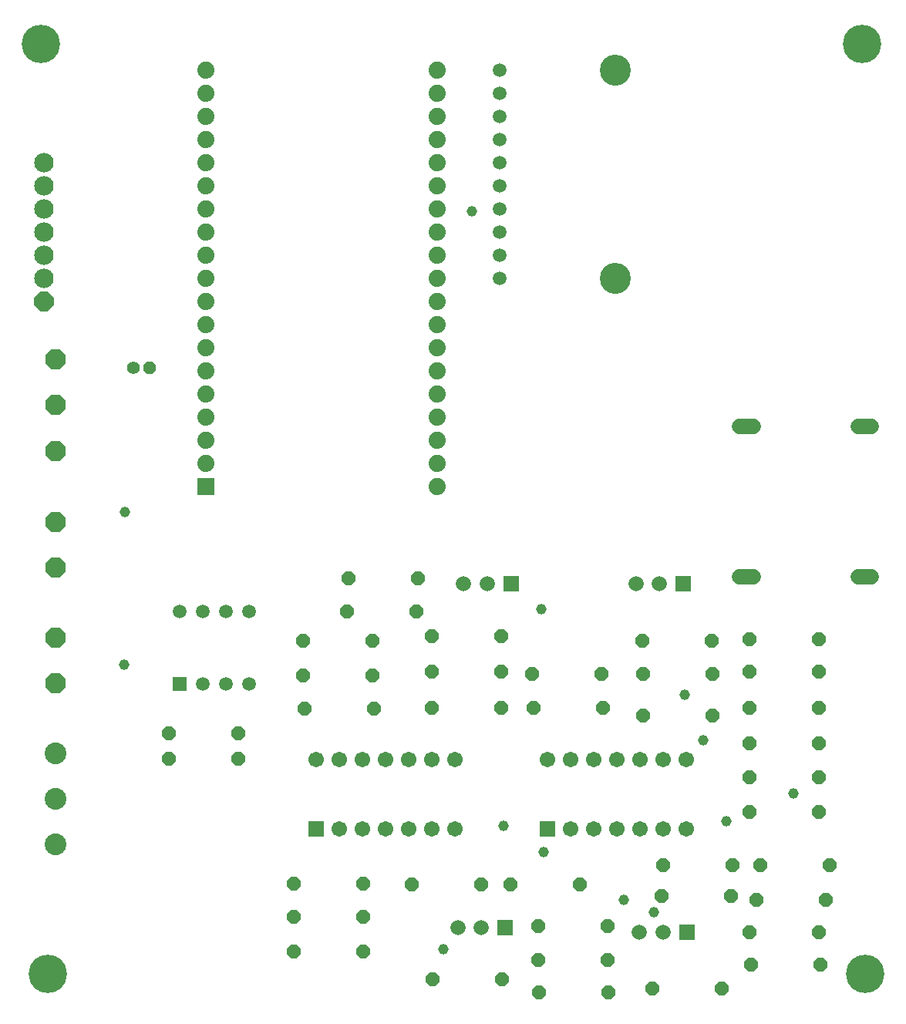
<source format=gbr>
G04 EAGLE Gerber RS-274X export*
G75*
%MOMM*%
%FSLAX34Y34*%
%LPD*%
%INSoldermask Top*%
%IPPOS*%
%AMOC8*
5,1,8,0,0,1.08239X$1,22.5*%
G01*
%ADD10R,1.879600X1.879600*%
%ADD11C,1.879600*%
%ADD12P,2.309387X8X22.500000*%
%ADD13C,2.133600*%
%ADD14C,1.511200*%
%ADD15C,3.403200*%
%ADD16P,2.384722X8X112.500000*%
%ADD17P,2.384722X8X292.500000*%
%ADD18R,1.491200X1.491200*%
%ADD19C,1.491200*%
%ADD20P,1.649562X8X22.500000*%
%ADD21P,1.649562X8X202.500000*%
%ADD22C,2.387600*%
%ADD23R,1.703200X1.703200*%
%ADD24C,1.703200*%
%ADD25P,1.539592X8X22.500000*%
%ADD26C,1.422400*%
%ADD27R,1.661200X1.661200*%
%ADD28C,1.661200*%
%ADD29C,1.711200*%
%ADD30C,4.219200*%
%ADD31C,1.159600*%


D10*
X228600Y469900D03*
D11*
X228600Y495300D03*
X228600Y520700D03*
X228600Y546100D03*
X228600Y571500D03*
X228600Y596900D03*
X228600Y622300D03*
X228600Y647700D03*
X228600Y673100D03*
X228600Y698500D03*
X228600Y723900D03*
X228600Y749300D03*
X228600Y774700D03*
X228600Y800100D03*
X228600Y825500D03*
X228600Y850900D03*
X228600Y876300D03*
X228600Y901700D03*
X228600Y927100D03*
X482600Y927100D03*
X482600Y901700D03*
X482600Y876300D03*
X482600Y850900D03*
X482600Y825500D03*
X482600Y800100D03*
X482600Y774700D03*
X482600Y749300D03*
X482600Y723900D03*
X482600Y698500D03*
X482600Y673100D03*
X482600Y647700D03*
X482600Y622300D03*
X482600Y596900D03*
X482600Y571500D03*
X482600Y546100D03*
X482600Y520700D03*
X482600Y495300D03*
X482600Y469900D03*
D12*
X50800Y673100D03*
D13*
X50800Y698500D03*
X50800Y723900D03*
X50800Y749300D03*
X50800Y774700D03*
X50800Y800100D03*
X50800Y825500D03*
D14*
X551180Y927100D03*
X551180Y901700D03*
X551180Y876300D03*
X551180Y850900D03*
X551180Y825500D03*
X551180Y800100D03*
X551180Y774700D03*
X551180Y749300D03*
X551180Y723900D03*
X551180Y698500D03*
D15*
X678180Y927100D03*
X678180Y698500D03*
D16*
X63500Y381000D03*
X63500Y431000D03*
D17*
X63500Y609600D03*
X63500Y559600D03*
X63500Y508800D03*
D18*
X199390Y253670D03*
D19*
X224790Y253670D03*
X250190Y253670D03*
X275590Y253670D03*
X275590Y333070D03*
X250190Y333070D03*
X224790Y333070D03*
X199390Y333070D03*
D20*
X187960Y199390D03*
X264160Y199390D03*
D21*
X264160Y171450D03*
X187960Y171450D03*
D16*
X63500Y254000D03*
X63500Y304000D03*
D22*
X63500Y177000D03*
X63500Y127000D03*
X63500Y77000D03*
D23*
X603250Y93980D03*
D24*
X628650Y93980D03*
X654050Y93980D03*
X679450Y93980D03*
X704850Y93980D03*
X730250Y93980D03*
X755650Y93980D03*
X603250Y170180D03*
X628650Y170180D03*
X654050Y170180D03*
X679450Y170180D03*
X704850Y170180D03*
X730250Y170180D03*
X755650Y170180D03*
D20*
X593090Y-12700D03*
X669290Y-12700D03*
D21*
X669290Y-49530D03*
X593090Y-49530D03*
D20*
X477520Y-71120D03*
X553720Y-71120D03*
D25*
X166370Y600710D03*
D26*
X148590Y600710D03*
D20*
X594360Y-85090D03*
X670560Y-85090D03*
X730250Y54610D03*
X806450Y54610D03*
D21*
X795020Y-81280D03*
X718820Y-81280D03*
D20*
X825500Y-19050D03*
X901700Y-19050D03*
X825500Y302260D03*
X901700Y302260D03*
X825500Y266700D03*
X901700Y266700D03*
X825500Y227330D03*
X901700Y227330D03*
X825500Y187960D03*
X901700Y187960D03*
X384810Y369570D03*
X461010Y369570D03*
D21*
X459740Y332740D03*
X383540Y332740D03*
D20*
X825500Y151130D03*
X901700Y151130D03*
X707390Y300990D03*
X783590Y300990D03*
X825500Y113030D03*
X901700Y113030D03*
X586740Y264160D03*
X662940Y264160D03*
X708660Y264160D03*
X784860Y264160D03*
D21*
X913130Y54610D03*
X836930Y54610D03*
X909320Y16510D03*
X833120Y16510D03*
D20*
X562610Y33020D03*
X638810Y33020D03*
X728980Y20320D03*
X805180Y20320D03*
X826770Y-54610D03*
X902970Y-54610D03*
X708660Y218440D03*
X784860Y218440D03*
X325120Y-40640D03*
X401320Y-40640D03*
D21*
X401320Y34290D03*
X325120Y34290D03*
D20*
X325120Y-2540D03*
X401320Y-2540D03*
D21*
X664210Y227330D03*
X588010Y227330D03*
D20*
X454660Y33020D03*
X530860Y33020D03*
D23*
X349250Y93980D03*
D24*
X374650Y93980D03*
X400050Y93980D03*
X425450Y93980D03*
X450850Y93980D03*
X476250Y93980D03*
X501650Y93980D03*
X349250Y170180D03*
X374650Y170180D03*
X400050Y170180D03*
X425450Y170180D03*
X450850Y170180D03*
X476250Y170180D03*
X501650Y170180D03*
D21*
X552450Y306070D03*
X476250Y306070D03*
D20*
X335280Y262890D03*
X411480Y262890D03*
X335280Y300990D03*
X411480Y300990D03*
X476250Y227330D03*
X552450Y227330D03*
D21*
X552450Y266700D03*
X476250Y266700D03*
X412750Y226060D03*
X336550Y226060D03*
D27*
X556860Y-13980D03*
D28*
X530860Y-13980D03*
X504860Y-13980D03*
D27*
X756250Y-19060D03*
D28*
X730250Y-19060D03*
X704250Y-19060D03*
D27*
X563210Y363210D03*
D28*
X537210Y363210D03*
X511210Y363210D03*
D27*
X752440Y363210D03*
D28*
X726440Y363210D03*
X700440Y363210D03*
D29*
X814150Y535940D02*
X829230Y535940D01*
X944150Y535940D02*
X959230Y535940D01*
X959230Y370940D02*
X944150Y370940D01*
X829230Y370940D02*
X814150Y370940D01*
D30*
X46990Y956310D03*
X952500Y-64770D03*
X54610Y-64770D03*
X948690Y956310D03*
D31*
X520700Y772160D03*
X599440Y68580D03*
X554990Y97790D03*
X139700Y441960D03*
X687070Y16510D03*
X596900Y335280D03*
X754380Y241300D03*
X774700Y191770D03*
X873760Y133350D03*
X800100Y102870D03*
X720090Y2540D03*
X488950Y-38100D03*
X138430Y274320D03*
M02*

</source>
